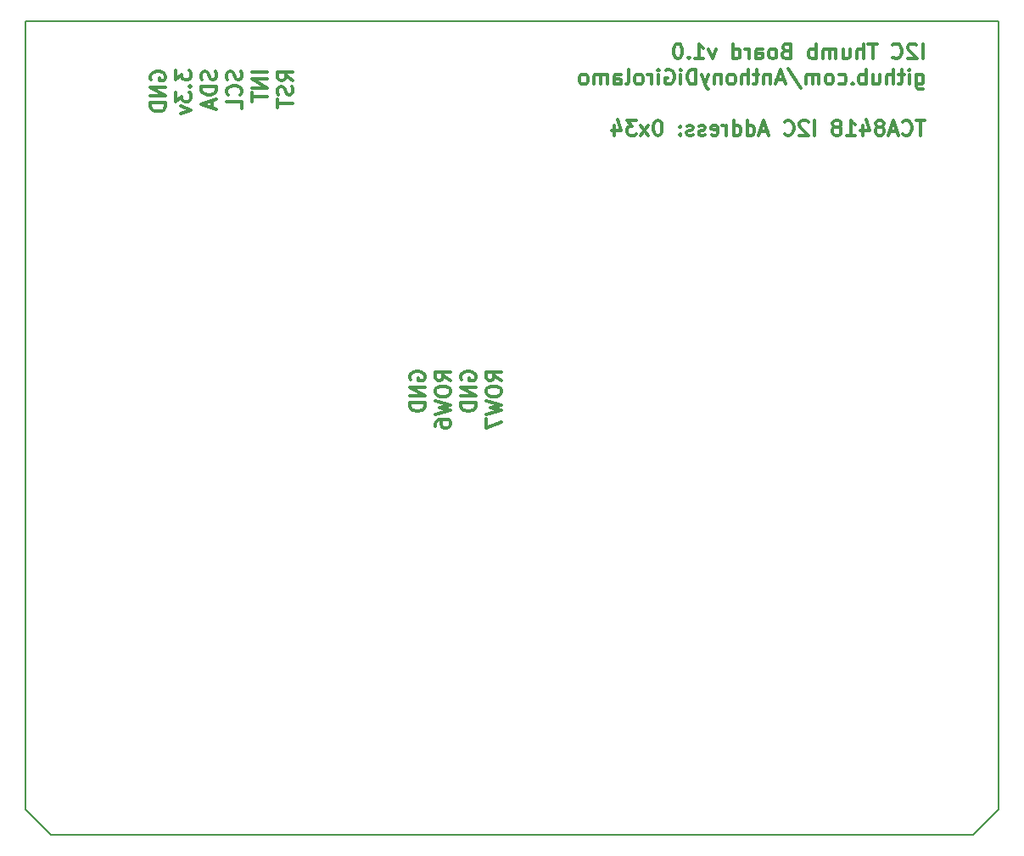
<source format=gbr>
%TF.GenerationSoftware,KiCad,Pcbnew,5.0.2-bee76a0~70~ubuntu16.04.1*%
%TF.CreationDate,2019-06-12T18:19:31-07:00*%
%TF.ProjectId,radiotxt,72616469-6f74-4787-942e-6b696361645f,rev?*%
%TF.SameCoordinates,PX68290a0PY463f660*%
%TF.FileFunction,Legend,Bot*%
%TF.FilePolarity,Positive*%
%FSLAX46Y46*%
G04 Gerber Fmt 4.6, Leading zero omitted, Abs format (unit mm)*
G04 Created by KiCad (PCBNEW 5.0.2-bee76a0~70~ubuntu16.04.1) date Wed 12 Jun 2019 06:19:31 PM PDT*
%MOMM*%
%LPD*%
G01*
G04 APERTURE LIST*
%ADD10C,0.300000*%
%ADD11C,0.150000*%
G04 APERTURE END LIST*
D10*
X47508571Y-35889285D02*
X46794285Y-35389285D01*
X47508571Y-35032142D02*
X46008571Y-35032142D01*
X46008571Y-35603571D01*
X46080000Y-35746428D01*
X46151428Y-35817857D01*
X46294285Y-35889285D01*
X46508571Y-35889285D01*
X46651428Y-35817857D01*
X46722857Y-35746428D01*
X46794285Y-35603571D01*
X46794285Y-35032142D01*
X46008571Y-36817857D02*
X46008571Y-37103571D01*
X46080000Y-37246428D01*
X46222857Y-37389285D01*
X46508571Y-37460714D01*
X47008571Y-37460714D01*
X47294285Y-37389285D01*
X47437142Y-37246428D01*
X47508571Y-37103571D01*
X47508571Y-36817857D01*
X47437142Y-36675000D01*
X47294285Y-36532142D01*
X47008571Y-36460714D01*
X46508571Y-36460714D01*
X46222857Y-36532142D01*
X46080000Y-36675000D01*
X46008571Y-36817857D01*
X46008571Y-37960714D02*
X47508571Y-38317857D01*
X46437142Y-38603571D01*
X47508571Y-38889285D01*
X46008571Y-39246428D01*
X46008571Y-39675000D02*
X46008571Y-40675000D01*
X47508571Y-40032142D01*
X42428571Y-35889285D02*
X41714285Y-35389285D01*
X42428571Y-35032142D02*
X40928571Y-35032142D01*
X40928571Y-35603571D01*
X41000000Y-35746428D01*
X41071428Y-35817857D01*
X41214285Y-35889285D01*
X41428571Y-35889285D01*
X41571428Y-35817857D01*
X41642857Y-35746428D01*
X41714285Y-35603571D01*
X41714285Y-35032142D01*
X40928571Y-36817857D02*
X40928571Y-37103571D01*
X41000000Y-37246428D01*
X41142857Y-37389285D01*
X41428571Y-37460714D01*
X41928571Y-37460714D01*
X42214285Y-37389285D01*
X42357142Y-37246428D01*
X42428571Y-37103571D01*
X42428571Y-36817857D01*
X42357142Y-36675000D01*
X42214285Y-36532142D01*
X41928571Y-36460714D01*
X41428571Y-36460714D01*
X41142857Y-36532142D01*
X41000000Y-36675000D01*
X40928571Y-36817857D01*
X40928571Y-37960714D02*
X42428571Y-38317857D01*
X41357142Y-38603571D01*
X42428571Y-38889285D01*
X40928571Y-39246428D01*
X40928571Y-40460714D02*
X40928571Y-40175000D01*
X41000000Y-40032142D01*
X41071428Y-39960714D01*
X41285714Y-39817857D01*
X41571428Y-39746428D01*
X42142857Y-39746428D01*
X42285714Y-39817857D01*
X42357142Y-39889285D01*
X42428571Y-40032142D01*
X42428571Y-40317857D01*
X42357142Y-40460714D01*
X42285714Y-40532142D01*
X42142857Y-40603571D01*
X41785714Y-40603571D01*
X41642857Y-40532142D01*
X41571428Y-40460714D01*
X41500000Y-40317857D01*
X41500000Y-40032142D01*
X41571428Y-39889285D01*
X41642857Y-39817857D01*
X41785714Y-39746428D01*
X38460000Y-35817857D02*
X38388571Y-35675000D01*
X38388571Y-35460714D01*
X38460000Y-35246428D01*
X38602857Y-35103571D01*
X38745714Y-35032142D01*
X39031428Y-34960714D01*
X39245714Y-34960714D01*
X39531428Y-35032142D01*
X39674285Y-35103571D01*
X39817142Y-35246428D01*
X39888571Y-35460714D01*
X39888571Y-35603571D01*
X39817142Y-35817857D01*
X39745714Y-35889285D01*
X39245714Y-35889285D01*
X39245714Y-35603571D01*
X39888571Y-36532142D02*
X38388571Y-36532142D01*
X39888571Y-37389285D01*
X38388571Y-37389285D01*
X39888571Y-38103571D02*
X38388571Y-38103571D01*
X38388571Y-38460714D01*
X38460000Y-38675000D01*
X38602857Y-38817857D01*
X38745714Y-38889285D01*
X39031428Y-38960714D01*
X39245714Y-38960714D01*
X39531428Y-38889285D01*
X39674285Y-38817857D01*
X39817142Y-38675000D01*
X39888571Y-38460714D01*
X39888571Y-38103571D01*
X43540000Y-35817857D02*
X43468571Y-35675000D01*
X43468571Y-35460714D01*
X43540000Y-35246428D01*
X43682857Y-35103571D01*
X43825714Y-35032142D01*
X44111428Y-34960714D01*
X44325714Y-34960714D01*
X44611428Y-35032142D01*
X44754285Y-35103571D01*
X44897142Y-35246428D01*
X44968571Y-35460714D01*
X44968571Y-35603571D01*
X44897142Y-35817857D01*
X44825714Y-35889285D01*
X44325714Y-35889285D01*
X44325714Y-35603571D01*
X44968571Y-36532142D02*
X43468571Y-36532142D01*
X44968571Y-37389285D01*
X43468571Y-37389285D01*
X44968571Y-38103571D02*
X43468571Y-38103571D01*
X43468571Y-38460714D01*
X43540000Y-38675000D01*
X43682857Y-38817857D01*
X43825714Y-38889285D01*
X44111428Y-38960714D01*
X44325714Y-38960714D01*
X44611428Y-38889285D01*
X44754285Y-38817857D01*
X44897142Y-38675000D01*
X44968571Y-38460714D01*
X44968571Y-38103571D01*
X12585000Y-5857857D02*
X12513571Y-5715000D01*
X12513571Y-5500714D01*
X12585000Y-5286428D01*
X12727857Y-5143571D01*
X12870714Y-5072142D01*
X13156428Y-5000714D01*
X13370714Y-5000714D01*
X13656428Y-5072142D01*
X13799285Y-5143571D01*
X13942142Y-5286428D01*
X14013571Y-5500714D01*
X14013571Y-5643571D01*
X13942142Y-5857857D01*
X13870714Y-5929285D01*
X13370714Y-5929285D01*
X13370714Y-5643571D01*
X14013571Y-6572142D02*
X12513571Y-6572142D01*
X14013571Y-7429285D01*
X12513571Y-7429285D01*
X14013571Y-8143571D02*
X12513571Y-8143571D01*
X12513571Y-8500714D01*
X12585000Y-8715000D01*
X12727857Y-8857857D01*
X12870714Y-8929285D01*
X13156428Y-9000714D01*
X13370714Y-9000714D01*
X13656428Y-8929285D01*
X13799285Y-8857857D01*
X13942142Y-8715000D01*
X14013571Y-8500714D01*
X14013571Y-8143571D01*
X15053571Y-4929285D02*
X15053571Y-5857857D01*
X15625000Y-5357857D01*
X15625000Y-5572142D01*
X15696428Y-5715000D01*
X15767857Y-5786428D01*
X15910714Y-5857857D01*
X16267857Y-5857857D01*
X16410714Y-5786428D01*
X16482142Y-5715000D01*
X16553571Y-5572142D01*
X16553571Y-5143571D01*
X16482142Y-5000714D01*
X16410714Y-4929285D01*
X16410714Y-6500714D02*
X16482142Y-6572142D01*
X16553571Y-6500714D01*
X16482142Y-6429285D01*
X16410714Y-6500714D01*
X16553571Y-6500714D01*
X15053571Y-7072142D02*
X15053571Y-8000714D01*
X15625000Y-7500714D01*
X15625000Y-7715000D01*
X15696428Y-7857857D01*
X15767857Y-7929285D01*
X15910714Y-8000714D01*
X16267857Y-8000714D01*
X16410714Y-7929285D01*
X16482142Y-7857857D01*
X16553571Y-7715000D01*
X16553571Y-7286428D01*
X16482142Y-7143571D01*
X16410714Y-7072142D01*
X15553571Y-8500714D02*
X16553571Y-8857857D01*
X15553571Y-9215000D01*
X26713571Y-5929285D02*
X25999285Y-5429285D01*
X26713571Y-5072142D02*
X25213571Y-5072142D01*
X25213571Y-5643571D01*
X25285000Y-5786428D01*
X25356428Y-5857857D01*
X25499285Y-5929285D01*
X25713571Y-5929285D01*
X25856428Y-5857857D01*
X25927857Y-5786428D01*
X25999285Y-5643571D01*
X25999285Y-5072142D01*
X26642142Y-6500714D02*
X26713571Y-6715000D01*
X26713571Y-7072142D01*
X26642142Y-7215000D01*
X26570714Y-7286428D01*
X26427857Y-7357857D01*
X26285000Y-7357857D01*
X26142142Y-7286428D01*
X26070714Y-7215000D01*
X25999285Y-7072142D01*
X25927857Y-6786428D01*
X25856428Y-6643571D01*
X25785000Y-6572142D01*
X25642142Y-6500714D01*
X25499285Y-6500714D01*
X25356428Y-6572142D01*
X25285000Y-6643571D01*
X25213571Y-6786428D01*
X25213571Y-7143571D01*
X25285000Y-7357857D01*
X25213571Y-7786428D02*
X25213571Y-8643571D01*
X26713571Y-8215000D02*
X25213571Y-8215000D01*
X24173571Y-5072142D02*
X22673571Y-5072142D01*
X24173571Y-5786428D02*
X22673571Y-5786428D01*
X24173571Y-6643571D01*
X22673571Y-6643571D01*
X22673571Y-7143571D02*
X22673571Y-8000714D01*
X24173571Y-7572142D02*
X22673571Y-7572142D01*
X19022142Y-5000714D02*
X19093571Y-5215000D01*
X19093571Y-5572142D01*
X19022142Y-5715000D01*
X18950714Y-5786428D01*
X18807857Y-5857857D01*
X18665000Y-5857857D01*
X18522142Y-5786428D01*
X18450714Y-5715000D01*
X18379285Y-5572142D01*
X18307857Y-5286428D01*
X18236428Y-5143571D01*
X18165000Y-5072142D01*
X18022142Y-5000714D01*
X17879285Y-5000714D01*
X17736428Y-5072142D01*
X17665000Y-5143571D01*
X17593571Y-5286428D01*
X17593571Y-5643571D01*
X17665000Y-5857857D01*
X19093571Y-6500714D02*
X17593571Y-6500714D01*
X17593571Y-6857857D01*
X17665000Y-7072142D01*
X17807857Y-7215000D01*
X17950714Y-7286428D01*
X18236428Y-7357857D01*
X18450714Y-7357857D01*
X18736428Y-7286428D01*
X18879285Y-7215000D01*
X19022142Y-7072142D01*
X19093571Y-6857857D01*
X19093571Y-6500714D01*
X18665000Y-7929285D02*
X18665000Y-8643571D01*
X19093571Y-7786428D02*
X17593571Y-8286428D01*
X19093571Y-8786428D01*
X21562142Y-5000714D02*
X21633571Y-5215000D01*
X21633571Y-5572142D01*
X21562142Y-5715000D01*
X21490714Y-5786428D01*
X21347857Y-5857857D01*
X21205000Y-5857857D01*
X21062142Y-5786428D01*
X20990714Y-5715000D01*
X20919285Y-5572142D01*
X20847857Y-5286428D01*
X20776428Y-5143571D01*
X20705000Y-5072142D01*
X20562142Y-5000714D01*
X20419285Y-5000714D01*
X20276428Y-5072142D01*
X20205000Y-5143571D01*
X20133571Y-5286428D01*
X20133571Y-5643571D01*
X20205000Y-5857857D01*
X21490714Y-7357857D02*
X21562142Y-7286428D01*
X21633571Y-7072142D01*
X21633571Y-6929285D01*
X21562142Y-6715000D01*
X21419285Y-6572142D01*
X21276428Y-6500714D01*
X20990714Y-6429285D01*
X20776428Y-6429285D01*
X20490714Y-6500714D01*
X20347857Y-6572142D01*
X20205000Y-6715000D01*
X20133571Y-6929285D01*
X20133571Y-7072142D01*
X20205000Y-7286428D01*
X20276428Y-7357857D01*
X21633571Y-8715000D02*
X21633571Y-8000714D01*
X20133571Y-8000714D01*
D11*
X0Y0D02*
X97155000Y0D01*
D10*
X89572857Y-3748571D02*
X89572857Y-2248571D01*
X88930000Y-2391428D02*
X88858571Y-2320000D01*
X88715714Y-2248571D01*
X88358571Y-2248571D01*
X88215714Y-2320000D01*
X88144285Y-2391428D01*
X88072857Y-2534285D01*
X88072857Y-2677142D01*
X88144285Y-2891428D01*
X89001428Y-3748571D01*
X88072857Y-3748571D01*
X86572857Y-3605714D02*
X86644285Y-3677142D01*
X86858571Y-3748571D01*
X87001428Y-3748571D01*
X87215714Y-3677142D01*
X87358571Y-3534285D01*
X87430000Y-3391428D01*
X87501428Y-3105714D01*
X87501428Y-2891428D01*
X87430000Y-2605714D01*
X87358571Y-2462857D01*
X87215714Y-2320000D01*
X87001428Y-2248571D01*
X86858571Y-2248571D01*
X86644285Y-2320000D01*
X86572857Y-2391428D01*
X85001428Y-2248571D02*
X84144285Y-2248571D01*
X84572857Y-3748571D02*
X84572857Y-2248571D01*
X83644285Y-3748571D02*
X83644285Y-2248571D01*
X83001428Y-3748571D02*
X83001428Y-2962857D01*
X83072857Y-2820000D01*
X83215714Y-2748571D01*
X83430000Y-2748571D01*
X83572857Y-2820000D01*
X83644285Y-2891428D01*
X81644285Y-2748571D02*
X81644285Y-3748571D01*
X82287142Y-2748571D02*
X82287142Y-3534285D01*
X82215714Y-3677142D01*
X82072857Y-3748571D01*
X81858571Y-3748571D01*
X81715714Y-3677142D01*
X81644285Y-3605714D01*
X80930000Y-3748571D02*
X80930000Y-2748571D01*
X80930000Y-2891428D02*
X80858571Y-2820000D01*
X80715714Y-2748571D01*
X80501428Y-2748571D01*
X80358571Y-2820000D01*
X80287142Y-2962857D01*
X80287142Y-3748571D01*
X80287142Y-2962857D02*
X80215714Y-2820000D01*
X80072857Y-2748571D01*
X79858571Y-2748571D01*
X79715714Y-2820000D01*
X79644285Y-2962857D01*
X79644285Y-3748571D01*
X78930000Y-3748571D02*
X78930000Y-2248571D01*
X78930000Y-2820000D02*
X78787142Y-2748571D01*
X78501428Y-2748571D01*
X78358571Y-2820000D01*
X78287142Y-2891428D01*
X78215714Y-3034285D01*
X78215714Y-3462857D01*
X78287142Y-3605714D01*
X78358571Y-3677142D01*
X78501428Y-3748571D01*
X78787142Y-3748571D01*
X78930000Y-3677142D01*
X75930000Y-2962857D02*
X75715714Y-3034285D01*
X75644285Y-3105714D01*
X75572857Y-3248571D01*
X75572857Y-3462857D01*
X75644285Y-3605714D01*
X75715714Y-3677142D01*
X75858571Y-3748571D01*
X76430000Y-3748571D01*
X76430000Y-2248571D01*
X75930000Y-2248571D01*
X75787142Y-2320000D01*
X75715714Y-2391428D01*
X75644285Y-2534285D01*
X75644285Y-2677142D01*
X75715714Y-2820000D01*
X75787142Y-2891428D01*
X75930000Y-2962857D01*
X76430000Y-2962857D01*
X74715714Y-3748571D02*
X74858571Y-3677142D01*
X74930000Y-3605714D01*
X75001428Y-3462857D01*
X75001428Y-3034285D01*
X74930000Y-2891428D01*
X74858571Y-2820000D01*
X74715714Y-2748571D01*
X74501428Y-2748571D01*
X74358571Y-2820000D01*
X74287142Y-2891428D01*
X74215714Y-3034285D01*
X74215714Y-3462857D01*
X74287142Y-3605714D01*
X74358571Y-3677142D01*
X74501428Y-3748571D01*
X74715714Y-3748571D01*
X72930000Y-3748571D02*
X72930000Y-2962857D01*
X73001428Y-2820000D01*
X73144285Y-2748571D01*
X73430000Y-2748571D01*
X73572857Y-2820000D01*
X72930000Y-3677142D02*
X73072857Y-3748571D01*
X73430000Y-3748571D01*
X73572857Y-3677142D01*
X73644285Y-3534285D01*
X73644285Y-3391428D01*
X73572857Y-3248571D01*
X73430000Y-3177142D01*
X73072857Y-3177142D01*
X72930000Y-3105714D01*
X72215714Y-3748571D02*
X72215714Y-2748571D01*
X72215714Y-3034285D02*
X72144285Y-2891428D01*
X72072857Y-2820000D01*
X71930000Y-2748571D01*
X71787142Y-2748571D01*
X70644285Y-3748571D02*
X70644285Y-2248571D01*
X70644285Y-3677142D02*
X70787142Y-3748571D01*
X71072857Y-3748571D01*
X71215714Y-3677142D01*
X71287142Y-3605714D01*
X71358571Y-3462857D01*
X71358571Y-3034285D01*
X71287142Y-2891428D01*
X71215714Y-2820000D01*
X71072857Y-2748571D01*
X70787142Y-2748571D01*
X70644285Y-2820000D01*
X68930000Y-2748571D02*
X68572857Y-3748571D01*
X68215714Y-2748571D01*
X66858571Y-3748571D02*
X67715714Y-3748571D01*
X67287142Y-3748571D02*
X67287142Y-2248571D01*
X67430000Y-2462857D01*
X67572857Y-2605714D01*
X67715714Y-2677142D01*
X66215714Y-3605714D02*
X66144285Y-3677142D01*
X66215714Y-3748571D01*
X66287142Y-3677142D01*
X66215714Y-3605714D01*
X66215714Y-3748571D01*
X65215714Y-2248571D02*
X65072857Y-2248571D01*
X64930000Y-2320000D01*
X64858571Y-2391428D01*
X64787142Y-2534285D01*
X64715714Y-2820000D01*
X64715714Y-3177142D01*
X64787142Y-3462857D01*
X64858571Y-3605714D01*
X64930000Y-3677142D01*
X65072857Y-3748571D01*
X65215714Y-3748571D01*
X65358571Y-3677142D01*
X65430000Y-3605714D01*
X65501428Y-3462857D01*
X65572857Y-3177142D01*
X65572857Y-2820000D01*
X65501428Y-2534285D01*
X65430000Y-2391428D01*
X65358571Y-2320000D01*
X65215714Y-2248571D01*
X88930000Y-5298571D02*
X88930000Y-6512857D01*
X89001428Y-6655714D01*
X89072857Y-6727142D01*
X89215714Y-6798571D01*
X89430000Y-6798571D01*
X89572857Y-6727142D01*
X88930000Y-6227142D02*
X89072857Y-6298571D01*
X89358571Y-6298571D01*
X89501428Y-6227142D01*
X89572857Y-6155714D01*
X89644285Y-6012857D01*
X89644285Y-5584285D01*
X89572857Y-5441428D01*
X89501428Y-5370000D01*
X89358571Y-5298571D01*
X89072857Y-5298571D01*
X88930000Y-5370000D01*
X88215714Y-6298571D02*
X88215714Y-5298571D01*
X88215714Y-4798571D02*
X88287142Y-4870000D01*
X88215714Y-4941428D01*
X88144285Y-4870000D01*
X88215714Y-4798571D01*
X88215714Y-4941428D01*
X87715714Y-5298571D02*
X87144285Y-5298571D01*
X87501428Y-4798571D02*
X87501428Y-6084285D01*
X87430000Y-6227142D01*
X87287142Y-6298571D01*
X87144285Y-6298571D01*
X86644285Y-6298571D02*
X86644285Y-4798571D01*
X86001428Y-6298571D02*
X86001428Y-5512857D01*
X86072857Y-5370000D01*
X86215714Y-5298571D01*
X86430000Y-5298571D01*
X86572857Y-5370000D01*
X86644285Y-5441428D01*
X84644285Y-5298571D02*
X84644285Y-6298571D01*
X85287142Y-5298571D02*
X85287142Y-6084285D01*
X85215714Y-6227142D01*
X85072857Y-6298571D01*
X84858571Y-6298571D01*
X84715714Y-6227142D01*
X84644285Y-6155714D01*
X83930000Y-6298571D02*
X83930000Y-4798571D01*
X83930000Y-5370000D02*
X83787142Y-5298571D01*
X83501428Y-5298571D01*
X83358571Y-5370000D01*
X83287142Y-5441428D01*
X83215714Y-5584285D01*
X83215714Y-6012857D01*
X83287142Y-6155714D01*
X83358571Y-6227142D01*
X83501428Y-6298571D01*
X83787142Y-6298571D01*
X83930000Y-6227142D01*
X82572857Y-6155714D02*
X82501428Y-6227142D01*
X82572857Y-6298571D01*
X82644285Y-6227142D01*
X82572857Y-6155714D01*
X82572857Y-6298571D01*
X81215714Y-6227142D02*
X81358571Y-6298571D01*
X81644285Y-6298571D01*
X81787142Y-6227142D01*
X81858571Y-6155714D01*
X81930000Y-6012857D01*
X81930000Y-5584285D01*
X81858571Y-5441428D01*
X81787142Y-5370000D01*
X81644285Y-5298571D01*
X81358571Y-5298571D01*
X81215714Y-5370000D01*
X80358571Y-6298571D02*
X80501428Y-6227142D01*
X80572857Y-6155714D01*
X80644285Y-6012857D01*
X80644285Y-5584285D01*
X80572857Y-5441428D01*
X80501428Y-5370000D01*
X80358571Y-5298571D01*
X80144285Y-5298571D01*
X80001428Y-5370000D01*
X79930000Y-5441428D01*
X79858571Y-5584285D01*
X79858571Y-6012857D01*
X79930000Y-6155714D01*
X80001428Y-6227142D01*
X80144285Y-6298571D01*
X80358571Y-6298571D01*
X79215714Y-6298571D02*
X79215714Y-5298571D01*
X79215714Y-5441428D02*
X79144285Y-5370000D01*
X79001428Y-5298571D01*
X78787142Y-5298571D01*
X78644285Y-5370000D01*
X78572857Y-5512857D01*
X78572857Y-6298571D01*
X78572857Y-5512857D02*
X78501428Y-5370000D01*
X78358571Y-5298571D01*
X78144285Y-5298571D01*
X78001428Y-5370000D01*
X77930000Y-5512857D01*
X77930000Y-6298571D01*
X76144285Y-4727142D02*
X77430000Y-6655714D01*
X75715714Y-5870000D02*
X75001428Y-5870000D01*
X75858571Y-6298571D02*
X75358571Y-4798571D01*
X74858571Y-6298571D01*
X74358571Y-5298571D02*
X74358571Y-6298571D01*
X74358571Y-5441428D02*
X74287142Y-5370000D01*
X74144285Y-5298571D01*
X73930000Y-5298571D01*
X73787142Y-5370000D01*
X73715714Y-5512857D01*
X73715714Y-6298571D01*
X73215714Y-5298571D02*
X72644285Y-5298571D01*
X73001428Y-4798571D02*
X73001428Y-6084285D01*
X72930000Y-6227142D01*
X72787142Y-6298571D01*
X72644285Y-6298571D01*
X72144285Y-6298571D02*
X72144285Y-4798571D01*
X71501428Y-6298571D02*
X71501428Y-5512857D01*
X71572857Y-5370000D01*
X71715714Y-5298571D01*
X71930000Y-5298571D01*
X72072857Y-5370000D01*
X72144285Y-5441428D01*
X70572857Y-6298571D02*
X70715714Y-6227142D01*
X70787142Y-6155714D01*
X70858571Y-6012857D01*
X70858571Y-5584285D01*
X70787142Y-5441428D01*
X70715714Y-5370000D01*
X70572857Y-5298571D01*
X70358571Y-5298571D01*
X70215714Y-5370000D01*
X70144285Y-5441428D01*
X70072857Y-5584285D01*
X70072857Y-6012857D01*
X70144285Y-6155714D01*
X70215714Y-6227142D01*
X70358571Y-6298571D01*
X70572857Y-6298571D01*
X69430000Y-5298571D02*
X69430000Y-6298571D01*
X69430000Y-5441428D02*
X69358571Y-5370000D01*
X69215714Y-5298571D01*
X69001428Y-5298571D01*
X68858571Y-5370000D01*
X68787142Y-5512857D01*
X68787142Y-6298571D01*
X68215714Y-5298571D02*
X67858571Y-6298571D01*
X67501428Y-5298571D02*
X67858571Y-6298571D01*
X68001428Y-6655714D01*
X68072857Y-6727142D01*
X68215714Y-6798571D01*
X66930000Y-6298571D02*
X66930000Y-4798571D01*
X66572857Y-4798571D01*
X66358571Y-4870000D01*
X66215714Y-5012857D01*
X66144285Y-5155714D01*
X66072857Y-5441428D01*
X66072857Y-5655714D01*
X66144285Y-5941428D01*
X66215714Y-6084285D01*
X66358571Y-6227142D01*
X66572857Y-6298571D01*
X66930000Y-6298571D01*
X65430000Y-6298571D02*
X65430000Y-5298571D01*
X65430000Y-4798571D02*
X65501428Y-4870000D01*
X65430000Y-4941428D01*
X65358571Y-4870000D01*
X65430000Y-4798571D01*
X65430000Y-4941428D01*
X63930000Y-4870000D02*
X64072857Y-4798571D01*
X64287142Y-4798571D01*
X64501428Y-4870000D01*
X64644285Y-5012857D01*
X64715714Y-5155714D01*
X64787142Y-5441428D01*
X64787142Y-5655714D01*
X64715714Y-5941428D01*
X64644285Y-6084285D01*
X64501428Y-6227142D01*
X64287142Y-6298571D01*
X64144285Y-6298571D01*
X63930000Y-6227142D01*
X63858571Y-6155714D01*
X63858571Y-5655714D01*
X64144285Y-5655714D01*
X63215714Y-6298571D02*
X63215714Y-5298571D01*
X63215714Y-4798571D02*
X63287142Y-4870000D01*
X63215714Y-4941428D01*
X63144285Y-4870000D01*
X63215714Y-4798571D01*
X63215714Y-4941428D01*
X62501428Y-6298571D02*
X62501428Y-5298571D01*
X62501428Y-5584285D02*
X62430000Y-5441428D01*
X62358571Y-5370000D01*
X62215714Y-5298571D01*
X62072857Y-5298571D01*
X61358571Y-6298571D02*
X61501428Y-6227142D01*
X61572857Y-6155714D01*
X61644285Y-6012857D01*
X61644285Y-5584285D01*
X61572857Y-5441428D01*
X61501428Y-5370000D01*
X61358571Y-5298571D01*
X61144285Y-5298571D01*
X61001428Y-5370000D01*
X60930000Y-5441428D01*
X60858571Y-5584285D01*
X60858571Y-6012857D01*
X60930000Y-6155714D01*
X61001428Y-6227142D01*
X61144285Y-6298571D01*
X61358571Y-6298571D01*
X60001428Y-6298571D02*
X60144285Y-6227142D01*
X60215714Y-6084285D01*
X60215714Y-4798571D01*
X58787142Y-6298571D02*
X58787142Y-5512857D01*
X58858571Y-5370000D01*
X59001428Y-5298571D01*
X59287142Y-5298571D01*
X59430000Y-5370000D01*
X58787142Y-6227142D02*
X58930000Y-6298571D01*
X59287142Y-6298571D01*
X59430000Y-6227142D01*
X59501428Y-6084285D01*
X59501428Y-5941428D01*
X59430000Y-5798571D01*
X59287142Y-5727142D01*
X58930000Y-5727142D01*
X58787142Y-5655714D01*
X58072857Y-6298571D02*
X58072857Y-5298571D01*
X58072857Y-5441428D02*
X58001428Y-5370000D01*
X57858571Y-5298571D01*
X57644285Y-5298571D01*
X57501428Y-5370000D01*
X57430000Y-5512857D01*
X57430000Y-6298571D01*
X57430000Y-5512857D02*
X57358571Y-5370000D01*
X57215714Y-5298571D01*
X57001428Y-5298571D01*
X56858571Y-5370000D01*
X56787142Y-5512857D01*
X56787142Y-6298571D01*
X55858571Y-6298571D02*
X56001428Y-6227142D01*
X56072857Y-6155714D01*
X56144285Y-6012857D01*
X56144285Y-5584285D01*
X56072857Y-5441428D01*
X56001428Y-5370000D01*
X55858571Y-5298571D01*
X55644285Y-5298571D01*
X55501428Y-5370000D01*
X55430000Y-5441428D01*
X55358571Y-5584285D01*
X55358571Y-6012857D01*
X55430000Y-6155714D01*
X55501428Y-6227142D01*
X55644285Y-6298571D01*
X55858571Y-6298571D01*
X89787142Y-9898571D02*
X88930000Y-9898571D01*
X89358571Y-11398571D02*
X89358571Y-9898571D01*
X87572857Y-11255714D02*
X87644285Y-11327142D01*
X87858571Y-11398571D01*
X88001428Y-11398571D01*
X88215714Y-11327142D01*
X88358571Y-11184285D01*
X88430000Y-11041428D01*
X88501428Y-10755714D01*
X88501428Y-10541428D01*
X88430000Y-10255714D01*
X88358571Y-10112857D01*
X88215714Y-9970000D01*
X88001428Y-9898571D01*
X87858571Y-9898571D01*
X87644285Y-9970000D01*
X87572857Y-10041428D01*
X87001428Y-10970000D02*
X86287142Y-10970000D01*
X87144285Y-11398571D02*
X86644285Y-9898571D01*
X86144285Y-11398571D01*
X85430000Y-10541428D02*
X85572857Y-10470000D01*
X85644285Y-10398571D01*
X85715714Y-10255714D01*
X85715714Y-10184285D01*
X85644285Y-10041428D01*
X85572857Y-9970000D01*
X85430000Y-9898571D01*
X85144285Y-9898571D01*
X85001428Y-9970000D01*
X84930000Y-10041428D01*
X84858571Y-10184285D01*
X84858571Y-10255714D01*
X84930000Y-10398571D01*
X85001428Y-10470000D01*
X85144285Y-10541428D01*
X85430000Y-10541428D01*
X85572857Y-10612857D01*
X85644285Y-10684285D01*
X85715714Y-10827142D01*
X85715714Y-11112857D01*
X85644285Y-11255714D01*
X85572857Y-11327142D01*
X85430000Y-11398571D01*
X85144285Y-11398571D01*
X85001428Y-11327142D01*
X84930000Y-11255714D01*
X84858571Y-11112857D01*
X84858571Y-10827142D01*
X84930000Y-10684285D01*
X85001428Y-10612857D01*
X85144285Y-10541428D01*
X83572857Y-10398571D02*
X83572857Y-11398571D01*
X83930000Y-9827142D02*
X84287142Y-10898571D01*
X83358571Y-10898571D01*
X82001428Y-11398571D02*
X82858571Y-11398571D01*
X82430000Y-11398571D02*
X82430000Y-9898571D01*
X82572857Y-10112857D01*
X82715714Y-10255714D01*
X82858571Y-10327142D01*
X81144285Y-10541428D02*
X81287142Y-10470000D01*
X81358571Y-10398571D01*
X81430000Y-10255714D01*
X81430000Y-10184285D01*
X81358571Y-10041428D01*
X81287142Y-9970000D01*
X81144285Y-9898571D01*
X80858571Y-9898571D01*
X80715714Y-9970000D01*
X80644285Y-10041428D01*
X80572857Y-10184285D01*
X80572857Y-10255714D01*
X80644285Y-10398571D01*
X80715714Y-10470000D01*
X80858571Y-10541428D01*
X81144285Y-10541428D01*
X81287142Y-10612857D01*
X81358571Y-10684285D01*
X81430000Y-10827142D01*
X81430000Y-11112857D01*
X81358571Y-11255714D01*
X81287142Y-11327142D01*
X81144285Y-11398571D01*
X80858571Y-11398571D01*
X80715714Y-11327142D01*
X80644285Y-11255714D01*
X80572857Y-11112857D01*
X80572857Y-10827142D01*
X80644285Y-10684285D01*
X80715714Y-10612857D01*
X80858571Y-10541428D01*
X78787142Y-11398571D02*
X78787142Y-9898571D01*
X78144285Y-10041428D02*
X78072857Y-9970000D01*
X77930000Y-9898571D01*
X77572857Y-9898571D01*
X77430000Y-9970000D01*
X77358571Y-10041428D01*
X77287142Y-10184285D01*
X77287142Y-10327142D01*
X77358571Y-10541428D01*
X78215714Y-11398571D01*
X77287142Y-11398571D01*
X75787142Y-11255714D02*
X75858571Y-11327142D01*
X76072857Y-11398571D01*
X76215714Y-11398571D01*
X76430000Y-11327142D01*
X76572857Y-11184285D01*
X76644285Y-11041428D01*
X76715714Y-10755714D01*
X76715714Y-10541428D01*
X76644285Y-10255714D01*
X76572857Y-10112857D01*
X76430000Y-9970000D01*
X76215714Y-9898571D01*
X76072857Y-9898571D01*
X75858571Y-9970000D01*
X75787142Y-10041428D01*
X74072857Y-10970000D02*
X73358571Y-10970000D01*
X74215714Y-11398571D02*
X73715714Y-9898571D01*
X73215714Y-11398571D01*
X72072857Y-11398571D02*
X72072857Y-9898571D01*
X72072857Y-11327142D02*
X72215714Y-11398571D01*
X72501428Y-11398571D01*
X72644285Y-11327142D01*
X72715714Y-11255714D01*
X72787142Y-11112857D01*
X72787142Y-10684285D01*
X72715714Y-10541428D01*
X72644285Y-10470000D01*
X72501428Y-10398571D01*
X72215714Y-10398571D01*
X72072857Y-10470000D01*
X70715714Y-11398571D02*
X70715714Y-9898571D01*
X70715714Y-11327142D02*
X70858571Y-11398571D01*
X71144285Y-11398571D01*
X71287142Y-11327142D01*
X71358571Y-11255714D01*
X71430000Y-11112857D01*
X71430000Y-10684285D01*
X71358571Y-10541428D01*
X71287142Y-10470000D01*
X71144285Y-10398571D01*
X70858571Y-10398571D01*
X70715714Y-10470000D01*
X70001428Y-11398571D02*
X70001428Y-10398571D01*
X70001428Y-10684285D02*
X69930000Y-10541428D01*
X69858571Y-10470000D01*
X69715714Y-10398571D01*
X69572857Y-10398571D01*
X68501428Y-11327142D02*
X68644285Y-11398571D01*
X68930000Y-11398571D01*
X69072857Y-11327142D01*
X69144285Y-11184285D01*
X69144285Y-10612857D01*
X69072857Y-10470000D01*
X68930000Y-10398571D01*
X68644285Y-10398571D01*
X68501428Y-10470000D01*
X68430000Y-10612857D01*
X68430000Y-10755714D01*
X69144285Y-10898571D01*
X67858571Y-11327142D02*
X67715714Y-11398571D01*
X67430000Y-11398571D01*
X67287142Y-11327142D01*
X67215714Y-11184285D01*
X67215714Y-11112857D01*
X67287142Y-10970000D01*
X67430000Y-10898571D01*
X67644285Y-10898571D01*
X67787142Y-10827142D01*
X67858571Y-10684285D01*
X67858571Y-10612857D01*
X67787142Y-10470000D01*
X67644285Y-10398571D01*
X67430000Y-10398571D01*
X67287142Y-10470000D01*
X66644285Y-11327142D02*
X66501428Y-11398571D01*
X66215714Y-11398571D01*
X66072857Y-11327142D01*
X66001428Y-11184285D01*
X66001428Y-11112857D01*
X66072857Y-10970000D01*
X66215714Y-10898571D01*
X66430000Y-10898571D01*
X66572857Y-10827142D01*
X66644285Y-10684285D01*
X66644285Y-10612857D01*
X66572857Y-10470000D01*
X66430000Y-10398571D01*
X66215714Y-10398571D01*
X66072857Y-10470000D01*
X65358571Y-11255714D02*
X65287142Y-11327142D01*
X65358571Y-11398571D01*
X65430000Y-11327142D01*
X65358571Y-11255714D01*
X65358571Y-11398571D01*
X65358571Y-10470000D02*
X65287142Y-10541428D01*
X65358571Y-10612857D01*
X65430000Y-10541428D01*
X65358571Y-10470000D01*
X65358571Y-10612857D01*
X63215714Y-9898571D02*
X63072857Y-9898571D01*
X62930000Y-9970000D01*
X62858571Y-10041428D01*
X62787142Y-10184285D01*
X62715714Y-10470000D01*
X62715714Y-10827142D01*
X62787142Y-11112857D01*
X62858571Y-11255714D01*
X62930000Y-11327142D01*
X63072857Y-11398571D01*
X63215714Y-11398571D01*
X63358571Y-11327142D01*
X63430000Y-11255714D01*
X63501428Y-11112857D01*
X63572857Y-10827142D01*
X63572857Y-10470000D01*
X63501428Y-10184285D01*
X63430000Y-10041428D01*
X63358571Y-9970000D01*
X63215714Y-9898571D01*
X62215714Y-11398571D02*
X61430000Y-10398571D01*
X62215714Y-10398571D02*
X61430000Y-11398571D01*
X61001428Y-9898571D02*
X60072857Y-9898571D01*
X60572857Y-10470000D01*
X60358571Y-10470000D01*
X60215714Y-10541428D01*
X60144285Y-10612857D01*
X60072857Y-10755714D01*
X60072857Y-11112857D01*
X60144285Y-11255714D01*
X60215714Y-11327142D01*
X60358571Y-11398571D01*
X60787142Y-11398571D01*
X60930000Y-11327142D01*
X61001428Y-11255714D01*
X58787142Y-10398571D02*
X58787142Y-11398571D01*
X59144285Y-9827142D02*
X59501428Y-10898571D01*
X58572857Y-10898571D01*
D11*
X94615000Y-81280000D02*
X97155000Y-78740000D01*
X2540000Y-81280000D02*
X0Y-78740000D01*
X94615000Y-81280000D02*
X2540000Y-81280000D01*
X97155000Y0D02*
X97155000Y-78740000D01*
X0Y0D02*
X0Y-78740000D01*
M02*

</source>
